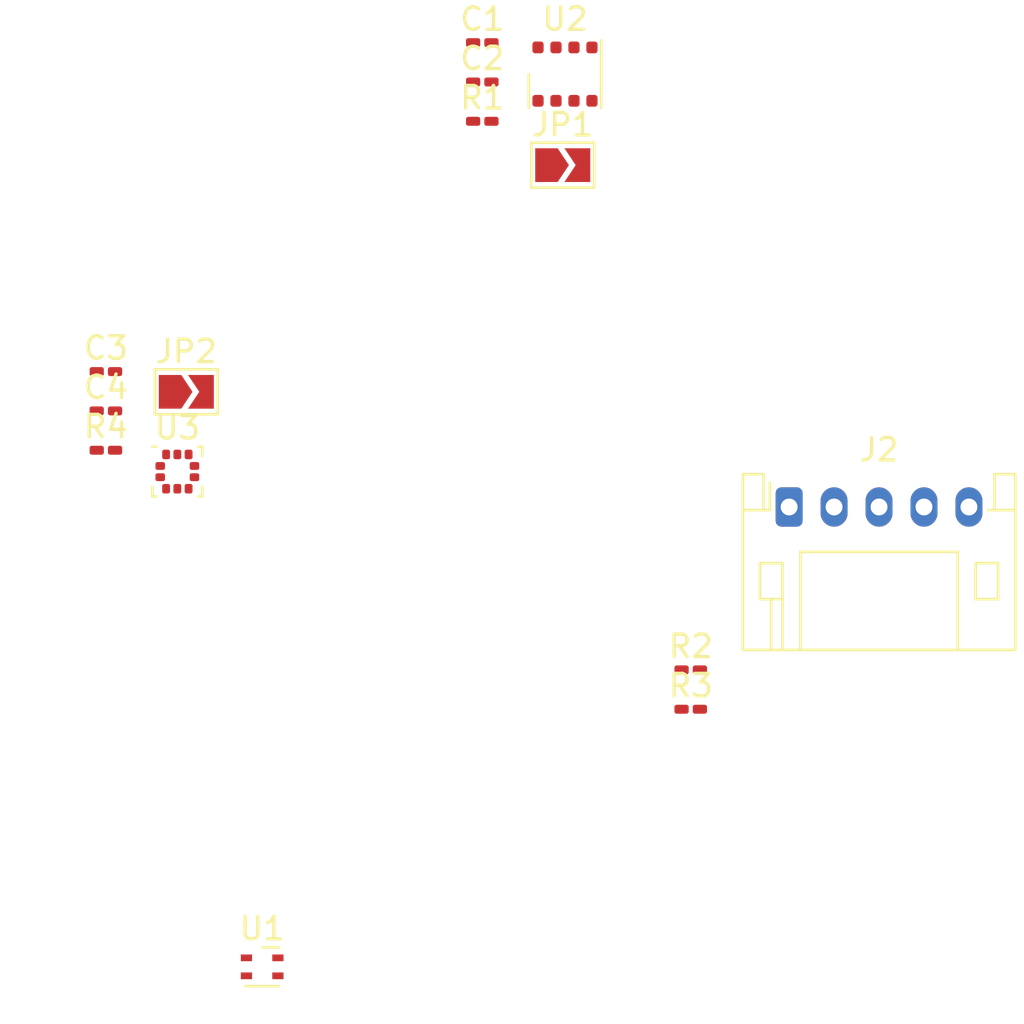
<source format=kicad_pcb>
(kicad_pcb (version 20221018) (generator pcbnew)
  (layers (0 "F.Cu" signal) (31 "B.Cu" signal) (34 "B.Paste" user) (35 "F.Paste" user) (36 "B.SilkS" user "B.Silkscreen") (37 "F.SilkS" user "F.Silkscreen") (38 "B.Mask" user) (39 "F.Mask" user) (44 "Edge.Cuts" user))
  (net 0 "")
  (net 1 "+3.3V")
  (net 2 "GND")
  (net 3 "I2C_SCL")
  (net 4 "I2C_SDA")
  (net 5 "LPS22HB_INT")
  (net 6 "Net-(JP1-B)")
  (net 7 "Net-(JP2-B)")
  (footprint "Package_LGA:ST_HLGA-10_2x2mm_P0.5mm_LayoutBorder3x2y" (layer "F.Cu") (at 112.325 83.9125)
    (fp_text reference "U3" (at 0 -1.95) (layer "F.SilkS"))
    (fp_text value "LPS22HB")
    (fp_line (start -1.11 1.11) (end -1.11 0.685) (stroke (width 0.12)) (layer "F.SilkS"))
    (fp_line (start -0.935 -1.11) (end -1.11 -1.11) (stroke (width 0.12)) (layer "F.SilkS"))
    (fp_line (start -0.935 1.11) (end -1.11 1.11) (stroke (width 0.12)) (layer "F.SilkS"))
    (fp_line (start 0.935 -1.11) (end 1.11 -1.11) (stroke (width 0.12)) (layer "F.SilkS"))
    (fp_line (start 0.935 1.11) (end 1.11 1.11) (stroke (width 0.12)) (layer "F.SilkS"))
    (fp_line (start 1.11 -1.11) (end 1.11 -0.685) (stroke (width 0.12)) (layer "F.SilkS"))
    (fp_line (start 1.11 1.11) (end 1.11 0.685) (stroke (width 0.12)) (layer "F.SilkS"))
    (pad "1" smd roundrect (at -0.7625 -0.25) (size 0.425 0.35) (layers "F.Cu" "F.Paste" "F.Mask") (net 1 "+3.3V"))
    (pad "2" smd roundrect (at -0.7625 0.25) (size 0.425 0.35) (layers "F.Cu" "F.Paste" "F.Mask") (net 3 "I2C_SCL"))
    (pad "3" smd roundrect (at -0.5 0.7625) (size 0.35 0.425) (layers "F.Cu" "F.Paste" "F.Mask") (net 2 "GND"))
    (pad "4" smd roundrect (at 0 0.7625) (size 0.35 0.425) (layers "F.Cu" "F.Paste" "F.Mask") (net 4 "I2C_SDA"))
    (pad "5" smd roundrect (at 0.5 0.7625) (size 0.35 0.425) (layers "F.Cu" "F.Paste" "F.Mask") (net 7 "Net-(JP2-B)"))
    (pad "6" smd roundrect (at 0.7625 0.25) (size 0.425 0.35) (layers "F.Cu" "F.Paste" "F.Mask") (net 1 "+3.3V"))
    (pad "7" smd roundrect (at 0.7625 -0.25) (size 0.425 0.35) (layers "F.Cu" "F.Paste" "F.Mask") (net 5 "LPS22HB_INT"))
    (pad "8" smd roundrect (at 0.5 -0.7625) (size 0.35 0.425) (layers "F.Cu" "F.Paste" "F.Mask") (net 2 "GND"))
    (pad "9" smd roundrect (at 0 -0.7625) (size 0.35 0.425) (layers "F.Cu" "F.Paste" "F.Mask") (net 2 "GND"))
    (pad "10" smd roundrect (at -0.5 -0.7625) (size 0.35 0.425) (layers "F.Cu" "F.Paste" "F.Mask") (net 1 "+3.3V"))
  )
  (footprint "Connector_JST:JST_PH_S5B-PH-K_1x05_P2.00mm_Horizontal" (layer "F.Cu") (at 139.55 85.4875)
    (fp_text reference "J2" (at 4 -2.55) (layer "F.SilkS"))
    (fp_text value "Conn_01x05_Pin")
    (fp_line (start -2.06 -1.46) (end -2.06 6.36) (stroke (width 0.12)) (layer "F.SilkS"))
    (fp_line (start -2.06 0.14) (end -1.14 0.14) (stroke (width 0.12)) (layer "F.SilkS"))
    (fp_line (start -2.06 6.36) (end 10.06 6.36) (stroke (width 0.12)) (layer "F.SilkS"))
    (fp_line (start -1.3 2.5) (end -1.3 4.1) (stroke (width 0.12)) (layer "F.SilkS"))
    (fp_line (start -1.3 4.1) (end -0.3 4.1) (stroke (width 0.12)) (layer "F.SilkS"))
    (fp_line (start -1.14 -1.46) (end -2.06 -1.46) (stroke (width 0.12)) (layer "F.SilkS"))
    (fp_line (start -1.14 0.14) (end -1.14 -1.46) (stroke (width 0.12)) (layer "F.SilkS"))
    (fp_line (start -0.86 0.14) (end -1.14 0.14) (stroke (width 0.12)) (layer "F.SilkS"))
    (fp_line (start -0.86 0.14) (end -0.86 -1.075) (stroke (width 0.12)) (layer "F.SilkS"))
    (fp_line (start -0.8 4.1) (end -0.8 6.36) (stroke (width 0.12)) (layer "F.SilkS"))
    (fp_line (start -0.3 2.5) (end -1.3 2.5) (stroke (width 0.12)) (layer "F.SilkS"))
    (fp_line (start -0.3 4.1) (end -0.3 2.5) (stroke (width 0.12)) (layer "F.SilkS"))
    (fp_line (start -0.3 4.1) (end -0.3 6.36) (stroke (width 0.12)) (layer "F.SilkS"))
    (fp_line (start 0.5 2) (end 7.5 2) (stroke (width 0.12)) (layer "F.SilkS"))
    (fp_line (start 0.5 6.36) (end 0.5 2) (stroke (width 0.12)) (layer "F.SilkS"))
    (fp_line (start 7.5 2) (end 7.5 6.36) (stroke (width 0.12)) (layer "F.SilkS"))
    (fp_line (start 8.3 2.5) (end 9.3 2.5) (stroke (width 0.12)) (layer "F.SilkS"))
    (fp_line (start 8.3 4.1) (end 8.3 2.5) (stroke (width 0.12)) (layer "F.SilkS"))
    (fp_line (start 9.14 -1.46) (end 9.14 0.14) (stroke (width 0.12)) (layer "F.SilkS"))
    (fp_line (start 9.14 0.14) (end 8.86 0.14) (stroke (width 0.12)) (layer "F.SilkS"))
    (fp_line (start 9.3 2.5) (end 9.3 4.1) (stroke (width 0.12)) (layer "F.SilkS"))
    (fp_line (start 9.3 4.1) (end 8.3 4.1) (stroke (width 0.12)) (layer "F.SilkS"))
    (fp_line (start 10.06 -1.46) (end 9.14 -1.46) (stroke (width 0.12)) (layer "F.SilkS"))
    (fp_line (start 10.06 0.14) (end 9.14 0.14) (stroke (width 0.12)) (layer "F.SilkS"))
    (fp_line (start 10.06 6.36) (end 10.06 -1.46) (stroke (width 0.12)) (layer "F.SilkS"))
    (pad "1" thru_hole roundrect (at 0 0) (size 1.2 1.75) (drill 0.75) (layers "*.Cu" "*.Mask") (roundrect_rratio 0.208333) (net 3 "I2C_SCL"))
    (pad "2" thru_hole oval (at 2 0) (size 1.2 1.75) (drill 0.75) (layers "*.Cu" "*.Mask") (net 4 "I2C_SDA"))
    (pad "3" thru_hole oval (at 4 0) (size 1.2 1.75) (drill 0.75) (layers "*.Cu" "*.Mask") (net 1 "+3.3V"))
    (pad "4" thru_hole oval (at 6 0) (size 1.2 1.75) (drill 0.75) (layers "*.Cu" "*.Mask") (net 5 "LPS22HB_INT"))
    (pad "5" thru_hole oval (at 8 0) (size 1.2 1.75) (drill 0.75) (layers "*.Cu" "*.Mask") (net 2 "GND"))
  )
  (footprint "Sensor_Humidity:Sensirion_DFN-4_1.5x1.5mm_P0.8mm_SHT4x_NoCentralPad" (layer "F.Cu") (at 116.1 105.95)
    (fp_text reference "U1" (at 0 -1.7) (layer "F.SilkS"))
    (fp_text value "SHT4x")
    (fp_line (start -0.75 0.86) (end 0.75 0.86) (stroke (width 0.12)) (layer "F.SilkS"))
    (fp_line (start 0 -0.86) (end 0.75 -0.86) (stroke (width 0.12)) (layer "F.SilkS"))
    (pad "1" smd rect (at -0.7 -0.4) (size 0.5 0.3) (layers "F.Cu" "F.Paste" "F.Mask") (net 4 "I2C_SDA"))
    (pad "2" smd rect (at -0.7 0.4) (size 0.5 0.3) (layers "F.Cu" "F.Paste" "F.Mask") (net 3 "I2C_SCL"))
    (pad "3" smd rect (at 0.7 0.4) (size 0.5 0.3) (layers "F.Cu" "F.Paste" "F.Mask") (net 1 "+3.3V"))
    (pad "4" smd rect (at 0.7 -0.4) (size 0.5 0.3) (layers "F.Cu" "F.Paste" "F.Mask") (net 2 "GND"))
  )
  (footprint "Capacitor_SMD:C_0201_0603Metric_Pad0.64x0.40mm_HandSolder" (layer "F.Cu") (at 109.145 81.2125)
    (fp_text reference "C4" (at 0 -1.05) (layer "F.SilkS"))
    (fp_text value "4.7uF")
    (pad "1" smd roundrect (at -0.4075 0) (size 0.635 0.4) (layers "F.Cu" "F.Mask") (net 1 "+3.3V"))
    (pad "2" smd roundrect (at 0.4075 0) (size 0.635 0.4) (layers "F.Cu" "F.Mask") (net 2 "GND"))
  )
  (footprint "Jumper:SolderJumper-2_P1.3mm_Open_TrianglePad1.0x1.5mm" (layer "F.Cu") (at 129.475 70.275)
    (fp_text reference "JP1" (at 0 -1.8) (layer "F.SilkS"))
    (fp_text value "SolderJumper_2_Open")
    (fp_line (start -1.4 -1) (end 1.4 -1) (stroke (width 0.12)) (layer "F.SilkS"))
    (fp_line (start -1.4 1) (end -1.4 -1) (stroke (width 0.12)) (layer "F.SilkS"))
    (fp_line (start 1.4 -1) (end 1.4 1) (stroke (width 0.12)) (layer "F.SilkS"))
    (fp_line (start 1.4 1) (end -1.4 1) (stroke (width 0.12)) (layer "F.SilkS"))
    (pad "1" smd custom (at -0.725 0) (size 0.3 0.3) (layers "F.Cu" "F.Mask") (net 2 "GND") (options (clearance outline) (anchor rect)) (primitives (gr_poly (pts (xy 1 0) (xy 0.5 0.75) (xy -0.5 0.75) (xy -0.5 -0.75) (xy 0.5 -0.75)) (width 0) (fill yes))))
    (pad "2" smd custom (at 0.725 0) (size 0.3 0.3) (layers "F.Cu" "F.Mask") (net 6 "Net-(JP1-B)") (options (clearance outline) (anchor rect)) (primitives (gr_poly (pts (xy 0.5 0.75) (xy -0.65 0.75) (xy -0.15 0) (xy -0.65 -0.75) (xy 0.5 -0.75)) (width 0) (fill yes))))
  )
  (footprint "Capacitor_SMD:C_0201_0603Metric_Pad0.64x0.40mm_HandSolder" (layer "F.Cu") (at 109.145 79.4625)
    (fp_text reference "C3" (at 0 -1.05) (layer "F.SilkS"))
    (fp_text value "100n")
    (pad "1" smd roundrect (at -0.4075 0) (size 0.635 0.4) (layers "F.Cu" "F.Mask") (net 1 "+3.3V"))
    (pad "2" smd roundrect (at 0.4075 0) (size 0.635 0.4) (layers "F.Cu" "F.Mask") (net 2 "GND"))
  )
  (footprint "Capacitor_SMD:C_0201_0603Metric_Pad0.64x0.40mm_HandSolder" (layer "F.Cu") (at 125.895 66.575)
    (fp_text reference "C2" (at 0 -1.05) (layer "F.SilkS"))
    (fp_text value "100n")
    (pad "1" smd roundrect (at -0.4075 0) (size 0.635 0.4) (layers "F.Cu" "F.Mask") (net 1 "+3.3V"))
    (pad "2" smd roundrect (at 0.4075 0) (size 0.635 0.4) (layers "F.Cu" "F.Mask") (net 2 "GND"))
  )
  (footprint "Resistor_SMD:R_0201_0603Metric_Pad0.64x0.40mm_HandSolder" (layer "F.Cu") (at 135.17 94.4875)
    (fp_text reference "R3" (at 0 -1.05) (layer "F.SilkS"))
    (fp_text value "4.7k")
    (pad "1" smd roundrect (at -0.4075 0) (size 0.635 0.4) (layers "F.Cu" "F.Mask") (net 4 "I2C_SDA"))
    (pad "2" smd roundrect (at 0.4075 0) (size 0.635 0.4) (layers "F.Cu" "F.Mask") (net 1 "+3.3V"))
  )
  (footprint "Resistor_SMD:R_0201_0603Metric_Pad0.64x0.40mm_HandSolder" (layer "F.Cu") (at 125.895 68.325)
    (fp_text reference "R1" (at 0 -1.05) (layer "F.SilkS"))
    (fp_text value "10k")
    (pad "1" smd roundrect (at -0.4075 0) (size 0.635 0.4) (layers "F.Cu" "F.Mask") (net 1 "+3.3V"))
    (pad "2" smd roundrect (at 0.4075 0) (size 0.635 0.4) (layers "F.Cu" "F.Mask") (net 6 "Net-(JP1-B)"))
  )
  (footprint "Package_LGA:Bosch_LGA-8_3x3mm_P0.8mm_ClockwisePinNumbering" (layer "F.Cu") (at 129.575 66.225)
    (fp_text reference "U2" (at 0 -2.45) (layer "F.SilkS"))
    (fp_text value "BME680")
    (fp_line (start -1.61 0) (end -1.61 1.5) (stroke (width 0.12)) (layer "F.SilkS"))
    (fp_line (start 1.61 -1.5) (end 1.61 1.5) (stroke (width 0.12)) (layer "F.SilkS"))
    (pad "1" smd roundrect (at -1.2 -1.1875) (size 0.5 0.525) (layers "F.Cu" "F.Paste" "F.Mask") (net 2 "GND"))
    (pad "2" smd roundrect (at -0.4 -1.1875) (size 0.5 0.525) (layers "F.Cu" "F.Paste" "F.Mask") (net 1 "+3.3V"))
    (pad "3" smd roundrect (at 0.4 -1.1875) (size 0.5 0.525) (layers "F.Cu" "F.Paste" "F.Mask") (net 4 "I2C_SDA"))
    (pad "4" smd roundrect (at 1.2 -1.1875) (size 0.5 0.525) (layers "F.Cu" "F.Paste" "F.Mask") (net 3 "I2C_SCL"))
    (pad "5" smd roundrect (at 1.2 1.1875) (size 0.5 0.525) (layers "F.Cu" "F.Paste" "F.Mask") (net 6 "Net-(JP1-B)"))
    (pad "6" smd roundrect (at 0.4 1.1875) (size 0.5 0.525) (layers "F.Cu" "F.Paste" "F.Mask") (net 1 "+3.3V"))
    (pad "7" smd roundrect (at -0.4 1.1875) (size 0.5 0.525) (layers "F.Cu" "F.Paste" "F.Mask") (net 2 "GND"))
    (pad "8" smd roundrect (at -1.2 1.1875) (size 0.5 0.525) (layers "F.Cu" "F.Paste" "F.Mask") (net 1 "+3.3V"))
  )
  (footprint "Resistor_SMD:R_0201_0603Metric_Pad0.64x0.40mm_HandSolder" (layer "F.Cu") (at 135.17 92.7375)
    (fp_text reference "R2" (at 0 -1.05) (layer "F.SilkS"))
    (fp_text value "4.7k")
    (pad "1" smd roundrect (at -0.4075 0) (size 0.635 0.4) (layers "F.Cu" "F.Mask") (net 1 "+3.3V"))
    (pad "2" smd roundrect (at 0.4075 0) (size 0.635 0.4) (layers "F.Cu" "F.Mask") (net 3 "I2C_SCL"))
  )
  (footprint "Resistor_SMD:R_0201_0603Metric_Pad0.64x0.40mm_HandSolder" (layer "F.Cu") (at 109.145 82.9625)
    (fp_text reference "R4" (at 0 -1.05) (layer "F.SilkS"))
    (fp_text value "10k")
    (pad "1" smd roundrect (at -0.4075 0) (size 0.635 0.4) (layers "F.Cu" "F.Mask") (net 1 "+3.3V"))
    (pad "2" smd roundrect (at 0.4075 0) (size 0.635 0.4) (layers "F.Cu" "F.Mask") (net 7 "Net-(JP2-B)"))
  )
  (footprint "Capacitor_SMD:C_0201_0603Metric_Pad0.64x0.40mm_HandSolder" (layer "F.Cu") (at 125.895 64.825)
    (fp_text reference "C1" (at 0 -1.05) (layer "F.SilkS"))
    (fp_text value "100n")
    (pad "1" smd roundrect (at -0.4075 0) (size 0.635 0.4) (layers "F.Cu" "F.Mask") (net 1 "+3.3V"))
    (pad "2" smd roundrect (at 0.4075 0) (size 0.635 0.4) (layers "F.Cu" "F.Mask") (net 2 "GND"))
  )
  (footprint "Jumper:SolderJumper-2_P1.3mm_Open_TrianglePad1.0x1.5mm" (layer "F.Cu") (at 112.725 80.3625)
    (fp_text reference "JP2" (at 0 -1.8) (layer "F.SilkS"))
    (fp_text value "SolderJumper_2_Open")
    (fp_line (start -1.4 -1) (end 1.4 -1) (stroke (width 0.12)) (layer "F.SilkS"))
    (fp_line (start -1.4 1) (end -1.4 -1) (stroke (width 0.12)) (layer "F.SilkS"))
    (fp_line (start 1.4 -1) (end 1.4 1) (stroke (width 0.12)) (layer "F.SilkS"))
    (fp_line (start 1.4 1) (end -1.4 1) (stroke (width 0.12)) (layer "F.SilkS"))
    (pad "1" smd custom (at -0.725 0) (size 0.3 0.3) (layers "F.Cu" "F.Mask") (net 2 "GND") (options (clearance outline) (anchor rect)) (primitives (gr_poly (pts (xy 1 0) (xy 0.5 0.75) (xy -0.5 0.75) (xy -0.5 -0.75) (xy 0.5 -0.75)) (width 0) (fill yes))))
    (pad "2" smd custom (at 0.725 0) (size 0.3 0.3) (layers "F.Cu" "F.Mask") (net 7 "Net-(JP2-B)") (options (clearance outline) (anchor rect)) (primitives (gr_poly (pts (xy 0.5 0.75) (xy -0.65 0.75) (xy -0.15 0) (xy -0.65 -0.75) (xy 0.5 -0.75)) (width 0) (fill yes))))
  )
)
</source>
